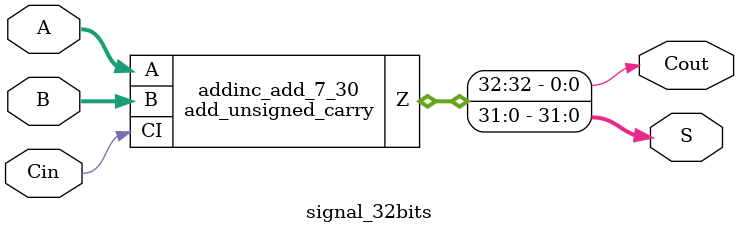
<source format=v>


// Verification Directory fv/signal_32bits 

module add_unsigned_carry(A, B, CI, Z);
  input [31:0] A, B;
  input CI;
  output [32:0] Z;
  wire [31:0] A, B;
  wire CI;
  wire [32:0] Z;
  wire n_99, n_100, n_101, n_102, n_103, n_105, n_106, n_107;
  wire n_108, n_109, n_110, n_112, n_113, n_114, n_115, n_116;
  wire n_118, n_119, n_120, n_121, n_122, n_124, n_125, n_126;
  wire n_127, n_128, n_130, n_131, n_132, n_133, n_134, n_136;
  wire n_137, n_138, n_139, n_140, n_142, n_143, n_144, n_145;
  wire n_146, n_148, n_149, n_150, n_151, n_152, n_154, n_155;
  wire n_156, n_157, n_158, n_160, n_161, n_162, n_163, n_164;
  wire n_166, n_167, n_168, n_169, n_170, n_172, n_173, n_174;
  wire n_175, n_176, n_178, n_179, n_180, n_181, n_182, n_184;
  wire n_185, n_186, n_187, n_188, n_190, n_191, n_192, n_193;
  wire n_194, n_196, n_197, n_199, n_200, n_201, n_202, n_203;
  wire n_204, n_206, n_208, n_210, n_211, n_213, n_214, n_216;
  wire n_218, n_220, n_221, n_223, n_224, n_226, n_228, n_230;
  wire n_231, n_233, n_234, n_236, n_238, n_240, n_241, n_243;
  wire n_244, n_246, n_248, n_250, n_251, n_253, n_254, n_256;
  wire n_258, n_260, n_261, n_263, n_264, n_266, n_268, n_270;
  wire n_271, n_273, n_275, n_276, n_277, n_279, n_280, n_281;
  wire n_283, n_284, n_285, n_286, n_288, n_290, n_292, n_293;
  wire n_294, n_296, n_297, n_300, n_301, n_303, n_305, n_307;
  wire n_308, n_309, n_311, n_312, n_313, n_315, n_316, n_318;
  wire n_320, n_322, n_323, n_324, n_326, n_327, n_328, n_330;
  wire n_332, n_333, n_334, n_336, n_337, n_339, n_340, n_341;
  wire n_342, n_343, n_344, n_345, n_346, n_347, n_348, n_349;
  wire n_352, n_353, n_355, n_358, n_360, n_361, n_362, n_365;
  wire n_368, n_370, n_371, n_373, n_375, n_376, n_378, n_380;
  wire n_381, n_383, n_385, n_386, n_388, n_390, n_391, n_392;
  wire n_394, n_395, n_397, n_398, n_399, n_400, n_401, n_402;
  wire n_403, n_404, n_405, n_406, n_407, n_408, n_410, n_411;
  wire n_412, n_414, n_415, n_416, n_418, n_419, n_420, n_422;
  wire n_423, n_424, n_426, n_427, n_428, n_430, n_431, n_432;
  wire n_434, n_435, n_436, n_438, n_439, n_440, n_441, n_443;
  wire n_444, n_445, n_447, n_448, n_449, n_450, n_452, n_453;
  wire n_454, n_456, n_457, n_458, n_459, n_461, n_462, n_464;
  wire n_465, n_467, n_468, n_469, n_470, n_472, n_473, n_474;
  wire n_476, n_477, n_478, n_479, n_481, n_482, n_484, n_485;
  wire n_487, n_488, n_489, n_490, n_492, n_493, n_494, n_495;
  wire n_497, n_498, n_499, n_500, n_502, n_503, n_505, n_506;
  wire n_508, n_509, n_510, n_511, n_513, n_514, n_515, n_518;
  wire n_689, n_690, n_691, n_692, n_695, n_696, n_932, n_933;
  wire n_934, n_935, n_936, n_937, n_938, n_939, n_940, n_941;
  wire n_942, n_943, n_944, n_945, n_946, n_947, n_948, n_949;
  wire n_950, n_951, n_952, n_953, n_954, n_955, n_956, n_957;
  wire n_958, n_959, n_960, n_961, n_962, n_963, n_964, n_965;
  wire n_966, n_967, n_968, n_969, n_970, n_971, n_972, n_973;
  wire n_974, n_975, n_976, n_977, n_978, n_979, n_980, n_981;
  wire n_982, n_983, n_984, n_985, n_986, n_987, n_988, n_989;
  wire n_990, n_991, n_992, n_993, n_994, n_995, n_996, n_997;
  nand g2 (n_99, A[0], B[0]);
  nand g3 (n_100, A[0], CI);
  nand g4 (n_101, B[0], CI);
  nand g7 (n_105, A[1], B[1]);
  nand g9 (n_107, A[2], B[2]);
  nand g11 (n_109, A[3], B[3]);
  nand g13 (n_113, A[4], B[4]);
  nand g15 (n_115, A[5], B[5]);
  nand g17 (n_119, A[6], B[6]);
  nand g19 (n_121, A[7], B[7]);
  nand g21 (n_125, A[8], B[8]);
  nand g23 (n_127, A[9], B[9]);
  nand g25 (n_131, A[10], B[10]);
  nand g27 (n_133, A[11], B[11]);
  nand g29 (n_137, A[12], B[12]);
  nand g31 (n_139, A[13], B[13]);
  nand g33 (n_143, A[14], B[14]);
  nand g35 (n_145, A[15], B[15]);
  nand g37 (n_149, A[16], B[16]);
  nand g39 (n_151, A[17], B[17]);
  nand g41 (n_155, A[18], B[18]);
  nand g43 (n_157, A[19], B[19]);
  nand g45 (n_161, A[20], B[20]);
  nand g47 (n_163, A[21], B[21]);
  nand g49 (n_167, A[22], B[22]);
  nand g51 (n_169, A[23], B[23]);
  nand g53 (n_173, A[24], B[24]);
  nand g55 (n_175, A[25], B[25]);
  nand g57 (n_179, A[26], B[26]);
  nand g59 (n_181, A[27], B[27]);
  nand g61 (n_185, A[28], B[28]);
  nand g63 (n_187, A[29], B[29]);
  nand g65 (n_191, A[30], B[30]);
  nand g67 (n_193, A[31], B[31]);
  nand g70 (n_197, n_105, n_106);
  nand g133 (n_443, n_107, n_199);
  nand g208 (n_447, n_113, n_275);
  nand g270 (n_456, n_125, n_332);
  nand g329 (n_476, n_149, n_390);
  or g537 (n_280, n_277, wc);
  not gc (wc, n_273);
  or g538 (n_284, n_281, wc0);
  not gc0 (wc0, n_273);
  or g557 (n_337, n_334, wc1);
  not gc1 (wc1, n_330);
  or g558 (n_339, wc2, n_288);
  not gc2 (wc2, n_330);
  or g568 (n_395, n_392, wc3);
  not gc3 (wc3, n_388);
  or g569 (n_397, wc4, n_303);
  not gc4 (wc4, n_388);
  or g570 (n_411, n_408, wc5);
  not gc5 (wc5, n_388);
  or g571 (n_415, n_412, wc6);
  not gc6 (wc6, n_388);
  or g572 (n_419, n_416, wc7);
  not gc7 (wc7, n_388);
  or g573 (n_423, n_420, wc8);
  not gc8 (wc8, n_388);
  or g574 (n_427, n_424, wc9);
  not gc9 (wc9, n_388);
  or g575 (n_431, n_428, wc10);
  not gc10 (wc10, n_388);
  or g576 (n_435, n_432, wc11);
  not gc11 (wc11, n_388);
  or g577 (n_439, n_436, wc12);
  not gc12 (wc12, n_388);
  nand g955 (n_932, n_456, n_457);
  or g956 (n_933, n_456, n_457);
  nand g957 (Z[9], n_932, n_933);
  nand g958 (n_934, n_458, n_459);
  or g959 (n_935, n_458, n_459);
  nand g960 (Z[10], n_934, n_935);
  nand g961 (n_936, n_461, n_462);
  or g962 (n_937, n_461, n_462);
  nand g963 (Z[11], n_936, n_937);
  nand g964 (n_938, n_513, n_514);
  or g965 (n_939, n_513, n_514);
  nand g966 (Z[31], n_938, n_939);
  nand g967 (n_940, n_464, n_465);
  or g968 (n_941, n_464, n_465);
  nand g969 (Z[12], n_940, n_941);
  nand g970 (n_942, n_510, n_511);
  or g971 (n_943, n_510, n_511);
  nand g972 (Z[30], n_942, n_943);
  nand g973 (n_944, n_467, n_468);
  or g974 (n_945, n_467, n_468);
  nand g975 (Z[13], n_944, n_945);
  nand g976 (n_946, n_508, n_509);
  or g977 (n_947, n_508, n_509);
  nand g978 (Z[29], n_946, n_947);
  nand g979 (n_948, n_469, n_470);
  or g980 (n_949, n_469, n_470);
  nand g981 (Z[14], n_948, n_949);
  nand g982 (n_950, n_505, n_506);
  or g983 (n_951, n_505, n_506);
  nand g984 (Z[28], n_950, n_951);
  nand g985 (n_952, n_489, n_490);
  or g986 (n_953, n_489, n_490);
  nand g987 (Z[22], n_952, n_953);
  nand g988 (n_954, n_502, n_503);
  or g989 (n_955, n_502, n_503);
  nand g990 (Z[27], n_954, n_955);
  nand g991 (n_956, n_476, n_477);
  or g992 (n_957, n_476, n_477);
  nand g993 (Z[17], n_956, n_957);
  nand g994 (n_958, n_499, n_500);
  or g995 (n_959, n_499, n_500);
  nand g996 (Z[26], n_958, n_959);
  nand g997 (n_960, n_478, n_479);
  or g998 (n_961, n_478, n_479);
  nand g999 (Z[18], n_960, n_961);
  nand g1000 (n_962, n_497, n_498);
  or g1001 (n_963, n_497, n_498);
  nand g1002 (Z[25], n_962, n_963);
  nand g1003 (n_964, n_481, n_482);
  or g1004 (n_965, n_481, n_482);
  nand g1005 (Z[19], n_964, n_965);
  nand g1006 (n_966, n_494, n_495);
  or g1007 (n_967, n_494, n_495);
  nand g1008 (Z[24], n_966, n_967);
  nand g1009 (n_968, n_484, n_485);
  or g1010 (n_969, n_484, n_485);
  nand g1011 (Z[20], n_968, n_969);
  nand g1012 (n_970, n_492, n_493);
  or g1013 (n_971, n_492, n_493);
  nand g1014 (Z[23], n_970, n_971);
  nand g1015 (n_972, n_487, n_488);
  or g1016 (n_973, n_487, n_488);
  nand g1017 (Z[21], n_972, n_973);
  nand g1018 (n_974, n_472, n_473);
  or g1019 (n_975, n_472, n_473);
  nand g1020 (Z[15], n_974, n_975);
  or g1021 (n_492, n_405, wc13);
  not gc13 (wc13, n_406);
  or g1022 (n_458, n_213, wc14);
  not gc14 (wc14, n_333);
  or g1023 (n_469, n_344, wc15);
  not gc15 (wc15, n_345);
  or g1024 (n_502, n_418, wc16);
  not gc16 (wc16, n_419);
  or g1025 (n_513, n_434, wc17);
  not gc17 (wc17, n_435);
  or g1026 (n_494, n_352, wc18);
  not gc18 (wc18, n_407);
  or g1027 (n_489, n_402, wc19);
  not gc19 (wc19, n_403);
  or g1028 (n_478, n_233, wc20);
  not gc20 (wc20, n_391);
  or g1029 (n_464, n_285, wc21);
  not gc21 (wc21, n_339);
  or g1030 (n_499, n_414, wc22);
  not gc22 (wc22, n_415);
  or g1031 (n_510, n_430, wc23);
  not gc23 (wc23, n_431);
  or g1032 (n_487, n_399, wc24);
  not gc24 (wc24, n_400);
  or g1033 (n_497, n_410, wc25);
  not gc25 (wc25, n_411);
  or g1034 (n_472, n_347, wc26);
  not gc26 (wc26, n_348);
  or g1035 (n_508, n_426, wc27);
  not gc27 (wc27, n_427);
  or g1036 (n_461, n_336, wc28);
  not gc28 (wc28, n_337);
  or g1037 (n_484, n_300, wc29);
  not gc29 (wc29, n_397);
  or g1038 (Z[32], n_438, wc30);
  not gc30 (wc30, n_439);
  or g1039 (n_467, n_341, wc31);
  not gc31 (wc31, n_342);
  or g1040 (n_481, n_394, wc32);
  not gc32 (wc32, n_395);
  or g1041 (n_505, n_422, wc33);
  not gc33 (wc33, n_423);
  or g1042 (n_348, n_346, wc34);
  not gc34 (wc34, n_330);
  nand g1043 (n_390, n_154, n_388);
  or g1044 (n_391, n_236, wc35);
  not gc35 (wc35, n_388);
  nand g1045 (n_976, n_447, n_448);
  or g1046 (n_977, n_447, n_448);
  nand g1047 (Z[5], n_976, n_977);
  or g1048 (n_400, n_398, wc36);
  not gc36 (wc36, n_388);
  or g1049 (n_403, n_401, wc37);
  not gc37 (wc37, n_388);
  or g1050 (n_406, n_404, wc38);
  not gc38 (wc38, n_388);
  or g1051 (n_407, n_355, wc39);
  not gc39 (wc39, n_388);
  or g1052 (n_345, n_343, wc40);
  not gc40 (wc40, n_330);
  nand g1053 (n_978, n_388, n_474);
  or g1054 (n_979, n_388, n_474);
  nand g1055 (Z[16], n_978, n_979);
  nand g1056 (n_980, n_449, n_450);
  or g1057 (n_981, n_449, n_450);
  nand g1058 (Z[6], n_980, n_981);
  nand g1059 (n_982, n_452, n_453);
  or g1060 (n_983, n_452, n_453);
  nand g1061 (Z[7], n_982, n_983);
  or g1062 (n_342, n_340, wc41);
  not gc41 (wc41, n_330);
  nand g1063 (n_984, n_330, n_454);
  or g1064 (n_985, n_330, n_454);
  nand g1065 (Z[8], n_984, n_985);
  nand g1066 (n_332, n_130, n_330);
  or g1067 (n_333, n_216, wc42);
  not gc42 (wc42, n_330);
  or g1068 (n_430, n_375, wc43);
  not gc43 (wc43, n_376);
  or g1069 (n_426, n_370, wc44);
  not gc44 (wc44, n_371);
  or g1070 (n_422, wc45, n_315);
  not gc45 (wc45, n_365);
  or g1071 (n_434, n_380, wc46);
  not gc46 (wc46, n_381);
  or g1072 (n_418, wc47, n_361);
  not gc47 (wc47, n_362);
  or g1073 (n_414, n_253, wc48);
  not gc48 (wc48, n_358);
  nand g1074 (n_410, n_173, n_353);
  or g1075 (n_330, n_283, wc49);
  not gc49 (wc49, n_284);
  or g1076 (n_452, n_279, wc50);
  not gc50 (wc50, n_280);
  or g1077 (n_438, n_385, wc51);
  not gc51 (wc51, n_386);
  or g1078 (n_388, wc52, n_696);
  not gc52 (wc52, n_695);
  or g1079 (n_449, n_203, wc53);
  not gc53 (wc53, n_276);
  or g1080 (n_376, n_373, wc54);
  not gc54 (wc54, n_352);
  or g1081 (n_276, n_206, wc55);
  not gc55 (wc55, n_273);
  or g1082 (n_362, n_360, wc56);
  not gc56 (wc56, n_352);
  nand g1083 (n_986, n_443, n_444);
  or g1084 (n_987, n_443, n_444);
  nand g1085 (Z[3], n_986, n_987);
  or g1086 (n_386, n_383, wc57);
  not gc57 (wc57, n_352);
  nand g1087 (n_353, n_178, n_352);
  or g1088 (n_695, wc58, n_692);
  not gc58 (wc58, n_273);
  nand g1089 (n_275, n_118, n_273);
  nand g1090 (n_988, n_273, n_445);
  or g1091 (n_989, n_273, n_445);
  nand g1092 (Z[4], n_988, n_989);
  or g1093 (n_371, n_368, wc59);
  not gc59 (wc59, n_352);
  or g1094 (n_381, n_378, wc60);
  not gc60 (wc60, n_352);
  or g1095 (n_365, n_318, wc61);
  not gc61 (wc61, n_352);
  or g1096 (n_358, n_256, wc62);
  not gc62 (wc62, n_352);
  or g1097 (n_696, n_297, n_689);
  nand g1098 (n_370, n_185, n_316);
  or g1099 (n_344, n_223, wc63);
  not gc63 (wc63, n_290);
  nand g1100 (n_689, n_690, n_691);
  or g1101 (n_385, wc64, n_327);
  not gc64 (wc64, n_328);
  nand g1102 (n_399, n_161, n_301);
  or g1103 (n_347, wc65, n_293);
  not gc65 (wc65, n_294);
  or g1104 (n_402, n_243, wc66);
  not gc66 (wc66, n_305);
  or g1105 (n_380, wc67, n_323);
  not gc67 (wc67, n_324);
  or g1106 (n_273, n_201, wc68);
  not gc68 (wc68, n_202);
  nand g1107 (n_341, n_137, n_286);
  or g1108 (n_405, wc69, n_308);
  not gc69 (wc69, n_309);
  or g1109 (n_375, n_263, wc70);
  not gc70 (wc70, n_320);
  or g1110 (n_352, wc71, n_312);
  not gc71 (wc71, n_313);
  or g1111 (n_328, n_326, wc72);
  not gc72 (wc72, n_315);
  nand g1112 (n_199, n_112, n_197);
  nand g1113 (n_286, n_142, n_285);
  or g1114 (n_324, n_322, wc73);
  not gc73 (wc73, n_315);
  nand g1115 (n_990, n_197, n_441);
  or g1116 (n_991, n_197, n_441);
  nand g1117 (Z[2], n_990, n_991);
  or g1118 (n_691, n_296, wc74);
  not gc74 (wc74, n_285);
  nand g1119 (n_316, n_190, n_315);
  or g1120 (n_305, n_246, wc75);
  not gc75 (wc75, n_300);
  or g1121 (n_202, n_200, wc76);
  not gc76 (wc76, n_197);
  or g1122 (n_690, wc77, n_349);
  not gc77 (wc77, n_283);
  or g1123 (n_313, n_311, wc78);
  not gc78 (wc78, n_300);
  or g1124 (n_290, n_226, wc79);
  not gc79 (wc79, n_285);
  or g1125 (n_309, n_307, wc80);
  not gc80 (wc80, n_300);
  or g1126 (n_294, n_292, wc81);
  not gc81 (wc81, n_285);
  nand g1127 (n_301, n_166, n_300);
  or g1128 (n_320, n_266, wc82);
  not gc82 (wc82, n_315);
  or g1129 (n_420, n_318, n_355);
  or g1130 (n_416, n_355, n_360);
  nand g1131 (n_361, n_179, n_254);
  or g1132 (n_315, n_260, wc83);
  not gc83 (wc83, n_261);
  or g1133 (n_408, wc84, n_355);
  not gc84 (wc84, n_178);
  or g1134 (n_424, n_355, n_368);
  nand g1135 (n_279, n_119, n_204);
  nand g1136 (n_308, n_167, n_244);
  nand g1137 (n_336, n_131, n_214);
  nand g1138 (n_323, n_191, n_264);
  or g1139 (n_300, n_240, wc85);
  not gc85 (wc85, n_241);
  nand g1140 (n_293, n_143, n_224);
  or g1141 (n_285, n_220, wc86);
  not gc86 (wc86, n_221);
  or g1142 (n_312, n_250, wc87);
  not gc87 (wc87, n_251);
  nand g1143 (n_394, n_155, n_234);
  or g1144 (n_283, n_210, wc88);
  not gc88 (wc88, n_211);
  or g1145 (n_327, n_270, wc89);
  not gc89 (wc89, n_271);
  or g1146 (n_297, n_230, wc90);
  not gc90 (wc90, n_231);
  or g1147 (n_692, n_349, n_281);
  or g1148 (n_436, n_355, n_383);
  or g1149 (n_432, n_355, n_378);
  or g1150 (n_428, n_355, n_373);
  or g1151 (n_412, n_256, n_355);
  nand g1152 (n_224, n_148, n_223);
  or g1153 (n_373, n_266, n_318);
  or g1154 (n_261, n_258, wc91);
  not gc91 (wc91, n_253);
  or g1155 (n_231, n_228, wc92);
  not gc92 (wc92, n_223);
  or g1156 (n_251, n_248, wc93);
  not gc93 (wc93, n_243);
  nand g1157 (n_204, n_124, n_203);
  or g1158 (n_355, n_303, n_311);
  nand g1159 (n_234, n_160, n_233);
  or g1160 (n_404, n_303, n_307);
  or g1161 (n_271, n_268, wc94);
  not gc94 (wc94, n_263);
  nand g1162 (n_992, n_103, n_440);
  or g1163 (n_993, n_103, n_440);
  nand g1164 (Z[1], n_992, n_993);
  or g1165 (n_340, wc95, n_288);
  not gc95 (wc95, n_142);
  or g1166 (n_343, n_226, n_288);
  nand g1167 (n_264, n_196, n_263);
  or g1168 (n_401, n_246, n_303);
  or g1169 (n_398, wc96, n_303);
  not gc96 (wc96, n_166);
  nand g1170 (n_254, n_184, n_253);
  nand g1171 (n_214, n_136, n_213);
  or g1172 (n_221, n_218, wc97);
  not gc97 (wc97, n_213);
  or g1173 (n_241, n_238, wc98);
  not gc98 (wc98, n_233);
  nand g1174 (n_106, n_103, n_102);
  or g1175 (n_383, n_318, n_326);
  or g1176 (n_211, n_208, wc99);
  not gc99 (wc99, n_203);
  or g1177 (n_378, n_318, n_322);
  nand g1178 (n_244, n_172, n_243);
  or g1179 (n_349, n_288, n_296);
  or g1180 (n_368, wc100, n_318);
  not gc100 (wc100, n_190);
  or g1181 (n_346, n_288, n_292);
  nand g1182 (n_213, n_127, n_128);
  nand g1183 (n_230, n_145, n_146);
  nand g1184 (n_250, n_169, n_170);
  or g1185 (n_392, wc101, n_236);
  not gc101 (wc101, n_160);
  or g1186 (n_277, wc102, n_206);
  not gc102 (wc102, n_124);
  nand g1187 (n_270, n_193, n_194);
  or g1188 (n_326, n_266, n_268);
  nand g1189 (n_263, n_187, n_188);
  or g1190 (n_318, n_256, n_258);
  or g1191 (n_334, wc103, n_216);
  not gc103 (wc103, n_136);
  or g1192 (n_103, wc104, n_518);
  not gc104 (wc104, n_101);
  nand g1193 (n_253, n_175, n_176);
  or g1194 (n_311, n_246, n_248);
  or g1195 (n_322, wc105, n_266);
  not gc105 (wc105, n_196);
  nand g1196 (n_243, n_163, n_164);
  or g1197 (n_303, n_236, n_238);
  nand g1198 (n_260, n_181, n_182);
  nand g1199 (n_201, n_109, n_110);
  or g1200 (n_307, wc106, n_246);
  not gc106 (wc106, n_172);
  nand g1201 (n_233, n_151, n_152);
  or g1202 (n_296, n_226, n_228);
  nand g1203 (n_240, n_157, n_158);
  or g1204 (n_292, wc107, n_226);
  not gc107 (wc107, n_148);
  nand g1205 (n_203, n_115, n_116);
  nand g1206 (n_223, n_139, n_140);
  nand g1207 (n_220, n_133, n_134);
  or g1208 (n_288, n_216, n_218);
  or g1209 (n_281, n_206, n_208);
  nand g1210 (n_210, n_121, n_122);
  or g1211 (n_360, wc108, n_256);
  not gc108 (wc108, n_184);
  nand g1212 (n_440, n_102, n_105);
  nand g1213 (n_441, n_112, n_107);
  nand g1214 (n_444, n_108, n_109);
  nand g1215 (n_445, n_118, n_113);
  nand g1216 (n_448, n_114, n_115);
  nand g1217 (n_450, n_124, n_119);
  nand g1218 (n_453, n_120, n_121);
  nand g1219 (n_454, n_130, n_125);
  nand g1220 (n_457, n_126, n_127);
  nand g1221 (n_459, n_136, n_131);
  nand g1222 (n_462, n_132, n_133);
  nand g1223 (n_465, n_142, n_137);
  nand g1224 (n_468, n_138, n_139);
  nand g1225 (n_470, n_148, n_143);
  nand g1226 (n_473, n_144, n_145);
  nand g1227 (n_474, n_154, n_149);
  nand g1228 (n_477, n_150, n_151);
  nand g1229 (n_479, n_160, n_155);
  nand g1230 (n_482, n_156, n_157);
  nand g1231 (n_485, n_166, n_161);
  nand g1232 (n_488, n_162, n_163);
  nand g1233 (n_490, n_172, n_167);
  nand g1234 (n_493, n_168, n_169);
  nand g1235 (n_495, n_178, n_173);
  nand g1236 (n_498, n_174, n_175);
  nand g1237 (n_500, n_184, n_179);
  nand g1238 (n_503, n_180, n_181);
  nand g1239 (n_506, n_190, n_185);
  nand g1240 (n_509, n_186, n_187);
  nand g1241 (n_268, n_196, n_192);
  or g1242 (n_194, n_191, wc109);
  not gc109 (wc109, n_192);
  nand g1243 (n_266, n_190, n_186);
  or g1244 (n_188, n_185, wc110);
  not gc110 (wc110, n_186);
  nand g1245 (n_258, n_184, n_180);
  or g1246 (n_182, n_179, wc111);
  not gc111 (wc111, n_180);
  nand g1247 (n_256, n_178, n_174);
  or g1248 (n_176, n_173, wc112);
  not gc112 (wc112, n_174);
  nand g1249 (n_248, n_172, n_168);
  or g1250 (n_170, n_167, wc113);
  not gc113 (wc113, n_168);
  nand g1251 (n_246, n_166, n_162);
  or g1252 (n_164, n_161, wc114);
  not gc114 (wc114, n_162);
  nand g1253 (n_238, n_160, n_156);
  or g1254 (n_158, n_155, wc115);
  not gc115 (wc115, n_156);
  nand g1255 (n_236, n_154, n_150);
  or g1256 (n_152, n_149, wc116);
  not gc116 (wc116, n_150);
  nand g1257 (n_228, n_148, n_144);
  or g1258 (n_146, n_143, wc117);
  not gc117 (wc117, n_144);
  nand g1259 (n_226, n_142, n_138);
  or g1260 (n_140, n_137, wc118);
  not gc118 (wc118, n_138);
  nand g1261 (n_218, n_136, n_132);
  or g1262 (n_134, n_131, wc119);
  not gc119 (wc119, n_132);
  nand g1263 (n_216, n_130, n_126);
  or g1264 (n_128, n_125, wc120);
  not gc120 (wc120, n_126);
  nand g1265 (n_208, n_124, n_120);
  or g1266 (n_122, n_119, wc121);
  not gc121 (wc121, n_120);
  nand g1267 (n_206, n_118, n_114);
  or g1268 (n_116, n_113, wc122);
  not gc122 (wc122, n_114);
  nand g1269 (n_200, n_112, n_108);
  or g1270 (n_110, n_107, wc123);
  not gc123 (wc123, n_108);
  nand g1271 (n_511, n_196, n_191);
  nand g1272 (n_514, n_192, n_193);
  or g1273 (n_994, wc124, n_515);
  not gc124 (wc124, CI);
  or g1274 (n_995, CI, wc125);
  not gc125 (wc125, n_515);
  nand g1275 (Z[0], n_994, n_995);
  nand g1276 (n_518, n_99, n_100);
  or g1277 (n_996, wc126, B[0]);
  not gc126 (wc126, A[0]);
  or g1278 (n_997, A[0], wc127);
  not gc127 (wc127, B[0]);
  nand g1279 (n_515, n_996, n_997);
  or g1280 (n_192, A[31], B[31]);
  or g1281 (n_196, A[30], B[30]);
  or g1282 (n_186, A[29], B[29]);
  or g1283 (n_190, A[28], B[28]);
  or g1284 (n_180, A[27], B[27]);
  or g1285 (n_184, A[26], B[26]);
  or g1286 (n_174, A[25], B[25]);
  or g1287 (n_178, A[24], B[24]);
  or g1288 (n_168, A[23], B[23]);
  or g1289 (n_172, A[22], B[22]);
  or g1290 (n_162, A[21], B[21]);
  or g1291 (n_166, A[20], B[20]);
  or g1292 (n_156, A[19], B[19]);
  or g1293 (n_160, A[18], B[18]);
  or g1294 (n_150, A[17], B[17]);
  or g1295 (n_154, A[16], B[16]);
  or g1296 (n_144, A[15], B[15]);
  or g1297 (n_148, A[14], B[14]);
  or g1298 (n_138, A[13], B[13]);
  or g1299 (n_142, A[12], B[12]);
  or g1300 (n_132, A[11], B[11]);
  or g1301 (n_136, A[10], B[10]);
  or g1302 (n_126, A[9], B[9]);
  or g1303 (n_130, A[8], B[8]);
  or g1304 (n_120, A[7], B[7]);
  or g1305 (n_124, A[6], B[6]);
  or g1306 (n_114, A[5], B[5]);
  or g1307 (n_118, A[4], B[4]);
  or g1308 (n_108, A[3], B[3]);
  or g1309 (n_112, A[2], B[2]);
  or g1310 (n_102, A[1], B[1]);
endmodule

module signal_32bits(A, B, Cin, S, Cout);
  input [31:0] A, B;
  input Cin;
  output [31:0] S;
  output Cout;
  wire [31:0] A, B;
  wire Cin;
  wire [31:0] S;
  wire Cout;
  add_unsigned_carry addinc_add_7_30(.A (A), .B (B), .CI (Cin), .Z
       ({Cout, S}));
endmodule


</source>
